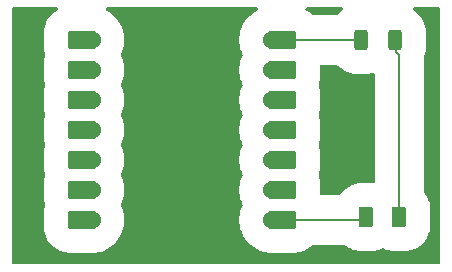
<source format=gbr>
%TF.GenerationSoftware,KiCad,Pcbnew,9.0.7*%
%TF.CreationDate,2026-03-11T14:25:24-04:00*%
%TF.ProjectId,xiaoesp32c6,7869616f-6573-4703-9332-63362e6b6963,rev?*%
%TF.SameCoordinates,Original*%
%TF.FileFunction,Copper,L1,Top*%
%TF.FilePolarity,Positive*%
%FSLAX46Y46*%
G04 Gerber Fmt 4.6, Leading zero omitted, Abs format (unit mm)*
G04 Created by KiCad (PCBNEW 9.0.7) date 2026-03-11 14:25:24*
%MOMM*%
%LPD*%
G01*
G04 APERTURE LIST*
G04 Aperture macros list*
%AMRoundRect*
0 Rectangle with rounded corners*
0 $1 Rounding radius*
0 $2 $3 $4 $5 $6 $7 $8 $9 X,Y pos of 4 corners*
0 Add a 4 corners polygon primitive as box body*
4,1,4,$2,$3,$4,$5,$6,$7,$8,$9,$2,$3,0*
0 Add four circle primitives for the rounded corners*
1,1,$1+$1,$2,$3*
1,1,$1+$1,$4,$5*
1,1,$1+$1,$6,$7*
1,1,$1+$1,$8,$9*
0 Add four rect primitives between the rounded corners*
20,1,$1+$1,$2,$3,$4,$5,0*
20,1,$1+$1,$4,$5,$6,$7,0*
20,1,$1+$1,$6,$7,$8,$9,0*
20,1,$1+$1,$8,$9,$2,$3,0*%
G04 Aperture macros list end*
%TA.AperFunction,SMDPad,CuDef*%
%ADD10RoundRect,0.250000X-0.375000X-0.625000X0.375000X-0.625000X0.375000X0.625000X-0.375000X0.625000X0*%
%TD*%
%TA.AperFunction,SMDPad,CuDef*%
%ADD11RoundRect,0.250000X-0.312500X-0.625000X0.312500X-0.625000X0.312500X0.625000X-0.312500X0.625000X0*%
%TD*%
%TA.AperFunction,SMDPad,CuDef*%
%ADD12RoundRect,0.152400X1.063600X0.609600X-1.063600X0.609600X-1.063600X-0.609600X1.063600X-0.609600X0*%
%TD*%
%TA.AperFunction,ComponentPad*%
%ADD13C,1.524000*%
%TD*%
%TA.AperFunction,SMDPad,CuDef*%
%ADD14RoundRect,0.152400X-1.063600X-0.609600X1.063600X-0.609600X1.063600X0.609600X-1.063600X0.609600X0*%
%TD*%
%TA.AperFunction,Conductor*%
%ADD15C,0.200000*%
%TD*%
G04 APERTURE END LIST*
D10*
%TO.P,D1,1,K*%
%TO.N,Net-(D1-K)*%
X85500000Y-38000000D03*
%TO.P,D1,2,A*%
%TO.N,Net-(D1-A)*%
X88300000Y-38000000D03*
%TD*%
D11*
%TO.P,R1,1*%
%TO.N,Net-(U1-5V)*%
X85037500Y-23000000D03*
%TO.P,R1,2*%
%TO.N,Net-(D1-A)*%
X87962500Y-23000000D03*
%TD*%
D12*
%TO.P,U1,1,PA02_A0_D0*%
%TO.N,unconnected-(U1-PA02_A0_D0-Pad1)*%
X61425000Y-23000000D03*
D13*
X62260000Y-23000000D03*
D12*
%TO.P,U1,2,PA4_A1_D1*%
%TO.N,unconnected-(U1-PA4_A1_D1-Pad2)*%
X61425000Y-25540000D03*
D13*
X62260000Y-25540000D03*
D12*
%TO.P,U1,3,PA10_A2_D2*%
%TO.N,unconnected-(U1-PA10_A2_D2-Pad3)*%
X61425000Y-28080000D03*
D13*
X62260000Y-28080000D03*
D12*
%TO.P,U1,4,PA11_A3_D3*%
%TO.N,unconnected-(U1-PA11_A3_D3-Pad4)*%
X61425000Y-30620000D03*
D13*
X62260000Y-30620000D03*
D12*
%TO.P,U1,5,PA8_A4_D4_SDA*%
%TO.N,unconnected-(U1-PA8_A4_D4_SDA-Pad5)*%
X61425000Y-33160000D03*
D13*
X62260000Y-33160000D03*
D12*
%TO.P,U1,6,PA9_A5_D5_SCL*%
%TO.N,unconnected-(U1-PA9_A5_D5_SCL-Pad6)*%
X61425000Y-35700000D03*
D13*
X62260000Y-35700000D03*
D12*
%TO.P,U1,7,PB08_A6_D6_TX*%
%TO.N,unconnected-(U1-PB08_A6_D6_TX-Pad7)*%
X61425000Y-38240000D03*
D13*
X62260000Y-38240000D03*
%TO.P,U1,8,PB09_A7_D7_RX*%
%TO.N,Net-(D1-K)*%
X77500000Y-38240000D03*
D14*
X78335000Y-38240000D03*
D13*
%TO.P,U1,9,PA7_A8_D8_SCK*%
%TO.N,unconnected-(U1-PA7_A8_D8_SCK-Pad9)*%
X77500000Y-35700000D03*
D14*
X78335000Y-35700000D03*
D13*
%TO.P,U1,10,PA5_A9_D9_MISO*%
%TO.N,unconnected-(U1-PA5_A9_D9_MISO-Pad10)*%
X77500000Y-33160000D03*
D14*
X78335000Y-33160000D03*
D13*
%TO.P,U1,11,PA6_A10_D10_MOSI*%
%TO.N,unconnected-(U1-PA6_A10_D10_MOSI-Pad11)*%
X77500000Y-30620000D03*
D14*
X78335000Y-30620000D03*
D13*
%TO.P,U1,12,3V3*%
%TO.N,unconnected-(U1-3V3-Pad12)*%
X77500000Y-28080000D03*
D14*
X78335000Y-28080000D03*
D13*
%TO.P,U1,13,GND*%
%TO.N,unconnected-(U1-GND-Pad13)*%
X77500000Y-25540000D03*
D14*
X78335000Y-25540000D03*
D13*
%TO.P,U1,14,5V*%
%TO.N,Net-(U1-5V)*%
X77500000Y-23000000D03*
D14*
X78335000Y-23000000D03*
%TD*%
D15*
%TO.N,Net-(D1-A)*%
X88300000Y-24300000D02*
X88300000Y-38000000D01*
X87962500Y-23000000D02*
X88000000Y-23000000D01*
X88000000Y-23000000D02*
X88000000Y-24000000D01*
X88000000Y-24000000D02*
X88300000Y-24300000D01*
%TO.N,Net-(D1-K)*%
X85260000Y-38240000D02*
X85500000Y-38000000D01*
X78335000Y-38240000D02*
X85260000Y-38240000D01*
%TO.N,Net-(U1-5V)*%
X78335000Y-23000000D02*
X85037500Y-23000000D01*
X77500000Y-23000000D02*
X78335000Y-23000000D01*
%TD*%
%TA.AperFunction,NonConductor*%
G36*
X83512331Y-20270185D02*
G01*
X83558086Y-20322989D01*
X83568030Y-20392147D01*
X83539005Y-20455703D01*
X83513751Y-20477889D01*
X83356906Y-20581743D01*
X83130093Y-20780093D01*
X83062726Y-20857129D01*
X83003777Y-20894635D01*
X82969384Y-20899500D01*
X81010839Y-20899500D01*
X80943800Y-20879815D01*
X80927921Y-20867019D01*
X80927681Y-20867296D01*
X80888414Y-20833057D01*
X80702500Y-20670950D01*
X80702497Y-20670948D01*
X80702490Y-20670943D01*
X80456227Y-20509418D01*
X80407997Y-20486481D01*
X80355909Y-20439912D01*
X80337268Y-20372575D01*
X80357991Y-20305849D01*
X80411499Y-20260920D01*
X80461253Y-20250500D01*
X83445292Y-20250500D01*
X83512331Y-20270185D01*
G37*
%TD.AperFunction*%
%TA.AperFunction,NonConductor*%
G36*
X83002522Y-25110230D02*
G01*
X83035948Y-25119880D01*
X83036240Y-25120131D01*
X83036423Y-25120185D01*
X83062726Y-25142871D01*
X83130093Y-25219906D01*
X83356906Y-25418256D01*
X83608128Y-25584603D01*
X83608133Y-25584606D01*
X83739971Y-25648484D01*
X83879284Y-25715984D01*
X83973225Y-25746855D01*
X84165520Y-25810047D01*
X84165524Y-25810047D01*
X84165531Y-25810050D01*
X84461762Y-25865123D01*
X84638979Y-25875500D01*
X85436020Y-25875499D01*
X85613238Y-25865123D01*
X85909469Y-25810050D01*
X85909476Y-25810047D01*
X85909479Y-25810047D01*
X86036788Y-25768211D01*
X86106622Y-25765982D01*
X86166575Y-25801862D01*
X86197613Y-25864460D01*
X86199500Y-25886013D01*
X86199500Y-35006990D01*
X86179815Y-35074029D01*
X86127011Y-35119784D01*
X86068253Y-35130778D01*
X85961022Y-35124500D01*
X85038979Y-35124500D01*
X84861766Y-35134876D01*
X84565530Y-35189950D01*
X84565520Y-35189952D01*
X84279291Y-35284013D01*
X84279279Y-35284018D01*
X84008133Y-35415393D01*
X84008128Y-35415396D01*
X83756906Y-35581743D01*
X83530093Y-35780093D01*
X83331743Y-36006906D01*
X83280724Y-36083959D01*
X83227300Y-36128988D01*
X83177335Y-36139500D01*
X81675500Y-36139500D01*
X81608461Y-36119815D01*
X81562706Y-36067011D01*
X81551500Y-36015500D01*
X81551500Y-34992268D01*
X81551498Y-34992226D01*
X81545219Y-34869726D01*
X81545218Y-34869723D01*
X81545218Y-34869721D01*
X81495175Y-34579479D01*
X81459636Y-34467508D01*
X81458119Y-34397660D01*
X81459622Y-34392537D01*
X81495175Y-34280521D01*
X81545218Y-33990279D01*
X81545218Y-33990275D01*
X81545219Y-33990273D01*
X81551498Y-33867773D01*
X81551500Y-33867731D01*
X81551500Y-32452268D01*
X81551498Y-32452226D01*
X81545219Y-32329726D01*
X81545218Y-32329723D01*
X81545218Y-32329721D01*
X81495175Y-32039479D01*
X81459636Y-31927508D01*
X81458119Y-31857660D01*
X81459622Y-31852537D01*
X81495175Y-31740521D01*
X81545218Y-31450279D01*
X81545218Y-31450275D01*
X81545219Y-31450273D01*
X81551498Y-31327773D01*
X81551500Y-31327731D01*
X81551500Y-29912268D01*
X81551498Y-29912226D01*
X81545219Y-29789726D01*
X81545218Y-29789723D01*
X81545218Y-29789721D01*
X81495175Y-29499479D01*
X81459636Y-29387508D01*
X81458119Y-29317660D01*
X81459622Y-29312537D01*
X81495175Y-29200521D01*
X81545218Y-28910279D01*
X81545218Y-28910275D01*
X81545219Y-28910273D01*
X81551498Y-28787773D01*
X81551500Y-28787731D01*
X81551500Y-27372268D01*
X81551498Y-27372226D01*
X81545219Y-27249726D01*
X81545218Y-27249723D01*
X81545218Y-27249721D01*
X81495175Y-26959479D01*
X81459636Y-26847508D01*
X81458119Y-26777660D01*
X81459622Y-26772537D01*
X81495175Y-26660521D01*
X81545218Y-26370279D01*
X81545218Y-26370275D01*
X81545219Y-26370273D01*
X81551498Y-26247773D01*
X81551500Y-26247731D01*
X81551500Y-25224500D01*
X81571185Y-25157461D01*
X81623989Y-25111706D01*
X81675500Y-25100500D01*
X82969384Y-25100500D01*
X83002522Y-25110230D01*
G37*
%TD.AperFunction*%
%TA.AperFunction,NonConductor*%
G36*
X59365786Y-20270185D02*
G01*
X59411541Y-20322989D01*
X59421485Y-20392147D01*
X59392460Y-20455703D01*
X59352003Y-20486481D01*
X59303772Y-20509418D01*
X59057509Y-20670943D01*
X59057502Y-20670948D01*
X58835511Y-20864511D01*
X58641948Y-21086502D01*
X58641943Y-21086509D01*
X58480418Y-21332772D01*
X58353926Y-21598745D01*
X58353920Y-21598759D01*
X58264826Y-21879474D01*
X58264824Y-21879483D01*
X58214781Y-22169723D01*
X58214780Y-22169726D01*
X58208501Y-22292226D01*
X58208500Y-22292268D01*
X58208500Y-23707731D01*
X58208501Y-23707773D01*
X58214780Y-23830273D01*
X58214781Y-23830276D01*
X58264824Y-24120516D01*
X58264826Y-24120526D01*
X58300361Y-24232489D01*
X58301879Y-24302343D01*
X58300361Y-24307511D01*
X58264826Y-24419473D01*
X58264824Y-24419483D01*
X58214781Y-24709723D01*
X58214780Y-24709726D01*
X58208501Y-24832226D01*
X58208500Y-24832268D01*
X58208500Y-26247731D01*
X58208501Y-26247773D01*
X58214780Y-26370273D01*
X58214781Y-26370276D01*
X58264824Y-26660516D01*
X58264826Y-26660526D01*
X58300361Y-26772489D01*
X58301879Y-26842343D01*
X58300361Y-26847511D01*
X58264826Y-26959473D01*
X58264824Y-26959483D01*
X58214781Y-27249723D01*
X58214780Y-27249726D01*
X58208501Y-27372226D01*
X58208500Y-27372268D01*
X58208500Y-28787731D01*
X58208501Y-28787773D01*
X58214780Y-28910273D01*
X58214781Y-28910276D01*
X58264824Y-29200516D01*
X58264826Y-29200526D01*
X58300361Y-29312489D01*
X58301879Y-29382343D01*
X58300361Y-29387511D01*
X58264826Y-29499473D01*
X58264824Y-29499483D01*
X58214781Y-29789723D01*
X58214780Y-29789726D01*
X58208501Y-29912226D01*
X58208500Y-29912268D01*
X58208500Y-31327731D01*
X58208501Y-31327773D01*
X58214780Y-31450273D01*
X58214781Y-31450276D01*
X58264824Y-31740516D01*
X58264826Y-31740526D01*
X58300361Y-31852489D01*
X58301879Y-31922343D01*
X58300361Y-31927511D01*
X58264826Y-32039473D01*
X58264824Y-32039483D01*
X58214781Y-32329723D01*
X58214780Y-32329726D01*
X58208501Y-32452226D01*
X58208500Y-32452268D01*
X58208500Y-33867731D01*
X58208501Y-33867773D01*
X58214780Y-33990273D01*
X58214781Y-33990276D01*
X58264824Y-34280516D01*
X58264826Y-34280526D01*
X58300361Y-34392489D01*
X58301879Y-34462343D01*
X58300361Y-34467511D01*
X58264826Y-34579473D01*
X58264824Y-34579483D01*
X58214781Y-34869723D01*
X58214780Y-34869726D01*
X58208501Y-34992226D01*
X58208500Y-34992268D01*
X58208500Y-36407731D01*
X58208501Y-36407773D01*
X58214780Y-36530273D01*
X58214781Y-36530276D01*
X58264824Y-36820516D01*
X58264826Y-36820526D01*
X58300361Y-36932489D01*
X58301879Y-37002343D01*
X58300361Y-37007511D01*
X58264826Y-37119473D01*
X58264824Y-37119483D01*
X58214781Y-37409723D01*
X58214780Y-37409726D01*
X58208501Y-37532226D01*
X58208500Y-37532268D01*
X58208500Y-38947731D01*
X58208501Y-38947773D01*
X58214780Y-39070273D01*
X58214781Y-39070276D01*
X58264824Y-39360516D01*
X58264826Y-39360525D01*
X58353920Y-39641240D01*
X58353926Y-39641254D01*
X58480418Y-39907227D01*
X58641943Y-40153490D01*
X58641950Y-40153500D01*
X58699853Y-40219906D01*
X58835511Y-40375488D01*
X58955302Y-40479939D01*
X59057500Y-40569050D01*
X59057502Y-40569051D01*
X59057509Y-40569056D01*
X59303772Y-40730581D01*
X59569745Y-40857073D01*
X59569759Y-40857079D01*
X59710116Y-40901626D01*
X59850479Y-40946175D01*
X60140721Y-40996218D01*
X60140723Y-40996218D01*
X60140726Y-40996219D01*
X60242156Y-41001418D01*
X60263262Y-41002500D01*
X60263268Y-41002500D01*
X62586732Y-41002500D01*
X62586738Y-41002500D01*
X62614834Y-41001059D01*
X62709273Y-40996219D01*
X62709275Y-40996218D01*
X62709279Y-40996218D01*
X62999521Y-40946175D01*
X63280246Y-40857077D01*
X63546224Y-40730583D01*
X63792500Y-40569050D01*
X64014488Y-40375488D01*
X64014501Y-40375472D01*
X64015851Y-40374124D01*
X64026226Y-40364851D01*
X64103683Y-40303082D01*
X64323082Y-40083683D01*
X64516537Y-39841098D01*
X64681615Y-39578379D01*
X64816239Y-39298829D01*
X64918717Y-39005963D01*
X64987760Y-38703465D01*
X65022500Y-38395139D01*
X65022500Y-38084861D01*
X64987760Y-37776535D01*
X64918717Y-37474037D01*
X64816239Y-37181171D01*
X64740452Y-37023799D01*
X64729101Y-36954861D01*
X64740453Y-36916199D01*
X64816239Y-36758829D01*
X64918717Y-36465963D01*
X64987760Y-36163465D01*
X65022500Y-35855139D01*
X65022500Y-35544861D01*
X64987760Y-35236535D01*
X64918717Y-34934037D01*
X64816239Y-34641171D01*
X64740452Y-34483799D01*
X64729101Y-34414861D01*
X64740453Y-34376199D01*
X64816239Y-34218829D01*
X64918717Y-33925963D01*
X64987760Y-33623465D01*
X65022500Y-33315139D01*
X65022500Y-33004861D01*
X64987760Y-32696535D01*
X64918717Y-32394037D01*
X64816239Y-32101171D01*
X64740452Y-31943799D01*
X64729101Y-31874861D01*
X64740453Y-31836199D01*
X64816239Y-31678829D01*
X64918717Y-31385963D01*
X64987760Y-31083465D01*
X65022500Y-30775139D01*
X65022500Y-30464861D01*
X64987760Y-30156535D01*
X64918717Y-29854037D01*
X64816239Y-29561171D01*
X64740452Y-29403799D01*
X64729101Y-29334861D01*
X64740453Y-29296199D01*
X64816239Y-29138829D01*
X64918717Y-28845963D01*
X64987760Y-28543465D01*
X65022500Y-28235139D01*
X65022500Y-27924861D01*
X64987760Y-27616535D01*
X64918717Y-27314037D01*
X64816239Y-27021171D01*
X64740452Y-26863799D01*
X64729101Y-26794861D01*
X64740453Y-26756199D01*
X64816239Y-26598829D01*
X64918717Y-26305963D01*
X64987760Y-26003465D01*
X65022500Y-25695139D01*
X65022500Y-25384861D01*
X64987760Y-25076535D01*
X64918717Y-24774037D01*
X64816239Y-24481171D01*
X64740452Y-24323799D01*
X64729101Y-24254861D01*
X64740453Y-24216199D01*
X64816239Y-24058829D01*
X64918717Y-23765963D01*
X64987760Y-23463465D01*
X65022500Y-23155139D01*
X65022500Y-22844861D01*
X64987760Y-22536535D01*
X64918717Y-22234037D01*
X64816239Y-21941171D01*
X64681615Y-21661621D01*
X64516537Y-21398902D01*
X64323082Y-21156317D01*
X64103683Y-20936918D01*
X64103682Y-20936917D01*
X64026227Y-20875148D01*
X64015859Y-20865882D01*
X64014494Y-20864517D01*
X63953807Y-20811601D01*
X63792500Y-20670950D01*
X63792497Y-20670948D01*
X63792490Y-20670943D01*
X63546227Y-20509418D01*
X63497997Y-20486481D01*
X63445909Y-20439912D01*
X63427268Y-20372575D01*
X63447991Y-20305849D01*
X63501499Y-20260920D01*
X63551253Y-20250500D01*
X76208747Y-20250500D01*
X76275786Y-20270185D01*
X76321541Y-20322989D01*
X76331485Y-20392147D01*
X76302460Y-20455703D01*
X76262003Y-20486481D01*
X76213772Y-20509418D01*
X75967509Y-20670943D01*
X75967502Y-20670948D01*
X75745502Y-20864519D01*
X75744130Y-20865892D01*
X75733773Y-20875147D01*
X75656318Y-20936916D01*
X75436917Y-21156317D01*
X75243462Y-21398903D01*
X75078383Y-21661623D01*
X74943762Y-21941167D01*
X74841286Y-22234025D01*
X74841282Y-22234037D01*
X74772240Y-22536531D01*
X74772238Y-22536547D01*
X74737500Y-22844856D01*
X74737500Y-23155143D01*
X74772238Y-23463452D01*
X74772240Y-23463468D01*
X74841282Y-23765960D01*
X74943763Y-24058836D01*
X75019545Y-24216199D01*
X75030897Y-24285140D01*
X75019545Y-24323801D01*
X74943763Y-24481163D01*
X74841282Y-24774039D01*
X74772240Y-25076531D01*
X74772238Y-25076547D01*
X74737500Y-25384856D01*
X74737500Y-25695143D01*
X74772238Y-26003452D01*
X74772240Y-26003468D01*
X74841282Y-26305960D01*
X74943763Y-26598836D01*
X75019545Y-26756199D01*
X75030897Y-26825140D01*
X75019545Y-26863801D01*
X74943763Y-27021163D01*
X74841282Y-27314039D01*
X74772240Y-27616531D01*
X74772238Y-27616547D01*
X74737500Y-27924856D01*
X74737500Y-28235143D01*
X74772238Y-28543452D01*
X74772240Y-28543468D01*
X74841282Y-28845960D01*
X74943763Y-29138836D01*
X75019545Y-29296199D01*
X75030897Y-29365140D01*
X75019545Y-29403801D01*
X74943763Y-29561163D01*
X74841282Y-29854039D01*
X74772240Y-30156531D01*
X74772238Y-30156547D01*
X74737500Y-30464856D01*
X74737500Y-30775143D01*
X74772238Y-31083452D01*
X74772240Y-31083468D01*
X74841282Y-31385960D01*
X74943763Y-31678836D01*
X75019545Y-31836199D01*
X75030897Y-31905140D01*
X75019545Y-31943801D01*
X74943763Y-32101163D01*
X74841282Y-32394039D01*
X74772240Y-32696531D01*
X74772238Y-32696547D01*
X74737500Y-33004856D01*
X74737500Y-33315143D01*
X74772238Y-33623452D01*
X74772240Y-33623468D01*
X74841282Y-33925960D01*
X74943763Y-34218836D01*
X75019545Y-34376199D01*
X75030897Y-34445140D01*
X75019545Y-34483801D01*
X74943763Y-34641163D01*
X74841282Y-34934039D01*
X74772240Y-35236531D01*
X74772238Y-35236547D01*
X74737500Y-35544856D01*
X74737500Y-35855143D01*
X74772238Y-36163452D01*
X74772240Y-36163468D01*
X74841282Y-36465960D01*
X74943763Y-36758836D01*
X75019545Y-36916199D01*
X75030897Y-36985140D01*
X75019545Y-37023801D01*
X74943763Y-37181163D01*
X74841282Y-37474039D01*
X74772240Y-37776531D01*
X74772238Y-37776547D01*
X74737500Y-38084856D01*
X74737500Y-38395143D01*
X74772238Y-38703452D01*
X74772240Y-38703468D01*
X74841282Y-39005962D01*
X74841286Y-39005974D01*
X74943762Y-39298832D01*
X75078383Y-39578376D01*
X75078385Y-39578379D01*
X75243463Y-39841098D01*
X75296197Y-39907224D01*
X75436917Y-40083682D01*
X75656317Y-40303082D01*
X75733773Y-40364851D01*
X75744141Y-40374117D01*
X75745506Y-40375482D01*
X75745509Y-40375484D01*
X75745512Y-40375488D01*
X75967500Y-40569050D01*
X75967508Y-40569055D01*
X75967509Y-40569056D01*
X76213772Y-40730581D01*
X76479745Y-40857073D01*
X76479759Y-40857079D01*
X76620116Y-40901626D01*
X76760479Y-40946175D01*
X77050721Y-40996218D01*
X77050723Y-40996218D01*
X77050726Y-40996219D01*
X77152156Y-41001418D01*
X77173262Y-41002500D01*
X77173268Y-41002500D01*
X79496732Y-41002500D01*
X79496738Y-41002500D01*
X79524834Y-41001059D01*
X79619273Y-40996219D01*
X79619275Y-40996218D01*
X79619279Y-40996218D01*
X79909521Y-40946175D01*
X80190246Y-40857077D01*
X80456224Y-40730583D01*
X80702500Y-40569050D01*
X80924488Y-40375488D01*
X80924487Y-40375488D01*
X80927681Y-40372704D01*
X80928652Y-40373818D01*
X80984481Y-40343334D01*
X81010839Y-40340500D01*
X83621421Y-40340500D01*
X83688460Y-40360185D01*
X83703050Y-40371158D01*
X83756906Y-40418256D01*
X84008128Y-40584603D01*
X84008133Y-40584606D01*
X84100000Y-40629117D01*
X84279284Y-40715984D01*
X84373225Y-40746855D01*
X84565520Y-40810047D01*
X84565524Y-40810047D01*
X84565531Y-40810050D01*
X84861762Y-40865123D01*
X85038979Y-40875500D01*
X85961020Y-40875499D01*
X86138238Y-40865123D01*
X86434469Y-40810050D01*
X86434476Y-40810047D01*
X86434479Y-40810047D01*
X86523989Y-40780631D01*
X86720716Y-40715984D01*
X86845932Y-40655313D01*
X86914845Y-40643797D01*
X86954065Y-40655313D01*
X87079284Y-40715984D01*
X87173225Y-40746855D01*
X87365520Y-40810047D01*
X87365524Y-40810047D01*
X87365531Y-40810050D01*
X87661762Y-40865123D01*
X87838979Y-40875500D01*
X88761020Y-40875499D01*
X88938238Y-40865123D01*
X89234469Y-40810050D01*
X89234476Y-40810047D01*
X89234479Y-40810047D01*
X89323989Y-40780631D01*
X89520716Y-40715984D01*
X89791870Y-40584604D01*
X90043095Y-40418255D01*
X90269906Y-40219906D01*
X90468255Y-39993095D01*
X90634604Y-39741870D01*
X90765984Y-39470716D01*
X90860050Y-39184469D01*
X90915123Y-38888238D01*
X90925500Y-38711021D01*
X90925499Y-37288980D01*
X90915123Y-37111762D01*
X90860050Y-36815531D01*
X90860047Y-36815524D01*
X90860047Y-36815520D01*
X90765986Y-36529291D01*
X90765984Y-36529284D01*
X90698484Y-36389971D01*
X90634606Y-36258133D01*
X90634603Y-36258128D01*
X90468256Y-36006906D01*
X90431158Y-35964485D01*
X90401844Y-35901062D01*
X90400500Y-35882856D01*
X90400500Y-24385533D01*
X90406698Y-24346821D01*
X90460047Y-24184479D01*
X90460047Y-24184476D01*
X90460050Y-24184469D01*
X90515123Y-23888238D01*
X90525500Y-23711021D01*
X90525499Y-22288980D01*
X90515123Y-22111762D01*
X90460050Y-21815531D01*
X90460047Y-21815524D01*
X90460047Y-21815520D01*
X90365986Y-21529291D01*
X90365984Y-21529284D01*
X90270770Y-21332772D01*
X90234606Y-21258133D01*
X90234603Y-21258128D01*
X90068256Y-21006906D01*
X89869906Y-20780093D01*
X89643093Y-20581743D01*
X89486249Y-20477889D01*
X89441220Y-20424465D01*
X89432223Y-20355177D01*
X89462114Y-20292024D01*
X89521403Y-20255056D01*
X89554708Y-20250500D01*
X91625500Y-20250500D01*
X91692539Y-20270185D01*
X91738294Y-20322989D01*
X91749500Y-20374500D01*
X91749500Y-41875500D01*
X91729815Y-41942539D01*
X91677011Y-41988294D01*
X91625500Y-41999500D01*
X55624500Y-41999500D01*
X55557461Y-41979815D01*
X55511706Y-41927011D01*
X55500500Y-41875500D01*
X55500500Y-20374500D01*
X55520185Y-20307461D01*
X55572989Y-20261706D01*
X55624500Y-20250500D01*
X59298747Y-20250500D01*
X59365786Y-20270185D01*
G37*
%TD.AperFunction*%
M02*

</source>
